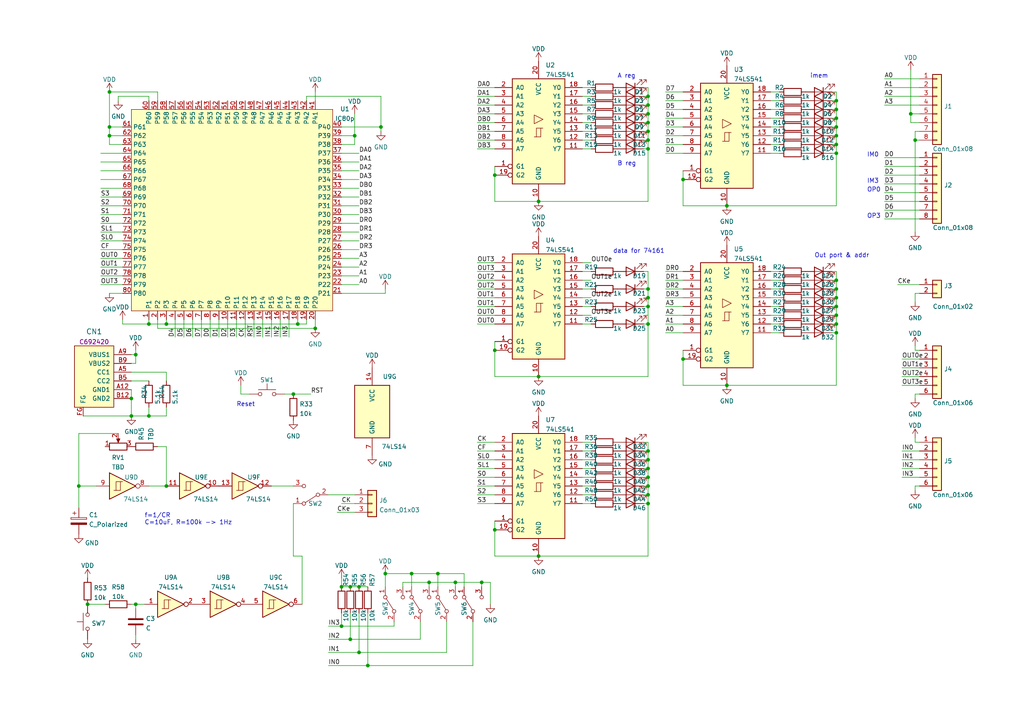
<source format=kicad_sch>
(kicad_sch (version 20211123) (generator eeschema)
  (paper "A4")
  (junction (at 39.37 102.87))
  (junction (at 242.57 36.83))
  (junction (at 264.16 33.02))
  (junction (at 156.21 109.22))
  (junction (at 210.82 111.76))
  (junction (at 156.21 161.29))
  (junction (at 187.96 86.36))
  (junction (at 242.57 81.28))
  (junction (at 187.96 43.18))
  (junction (at 101.6 170.18))
  (junction (at 111.76 166.37))
  (junction (at 187.96 35.56))
  (junction (at 242.57 86.36))
  (junction (at -63.5 71.12))
  (junction (at 48.26 140.97))
  (junction (at 187.96 140.97))
  (junction (at 187.96 33.02))
  (junction (at 39.37 175.26))
  (junction (at 43.18 93.98))
  (junction (at 38.1 120.65))
  (junction (at 139.7 168.91))
  (junction (at 242.57 88.9))
  (junction (at 187.96 133.35))
  (junction (at 242.57 34.29))
  (junction (at 242.57 96.52))
  (junction (at 242.57 41.91))
  (junction (at 187.96 83.82))
  (junction (at 210.82 59.69))
  (junction (at 22.86 140.97))
  (junction (at -59.69 85.09))
  (junction (at 265.43 40.64))
  (junction (at 127 166.37))
  (junction (at 242.57 93.98))
  (junction (at 198.12 104.14))
  (junction (at 104.14 170.18))
  (junction (at 143.51 101.6))
  (junction (at 156.21 58.42))
  (junction (at 104.14 189.23))
  (junction (at 99.06 181.61))
  (junction (at 187.96 38.1))
  (junction (at 31.75 36.83))
  (junction (at 101.6 185.42))
  (junction (at 132.08 168.91))
  (junction (at 31.75 39.37))
  (junction (at 187.96 143.51))
  (junction (at 43.18 120.65))
  (junction (at 91.44 95.25))
  (junction (at 99.06 170.18))
  (junction (at 31.75 26.67))
  (junction (at 187.96 138.43))
  (junction (at 187.96 30.48))
  (junction (at 242.57 29.21))
  (junction (at 187.96 135.89))
  (junction (at 25.4 175.26))
  (junction (at 242.57 39.37))
  (junction (at 242.57 31.75))
  (junction (at 106.68 193.04))
  (junction (at 187.96 27.94))
  (junction (at 187.96 130.81))
  (junction (at 187.96 93.98))
  (junction (at 38.1 115.57))
  (junction (at 110.49 36.83))
  (junction (at 242.57 91.44))
  (junction (at 85.09 114.3))
  (junction (at 198.12 52.07))
  (junction (at 119.38 166.37))
  (junction (at 242.57 44.45))
  (junction (at 143.51 50.8))
  (junction (at 124.46 168.91))
  (junction (at 187.96 40.64))
  (junction (at 242.57 83.82))
  (junction (at 86.36 93.98))
  (junction (at -36.83 43.18))
  (junction (at 187.96 146.05))
  (junction (at 187.96 88.9))
  (junction (at 143.51 153.67))
  (junction (at 48.26 93.98))
  (junction (at 102.87 39.37))
  (wire (pts (xy 168.91 40.64) (xy 171.45 40.64)))
  (wire (pts (xy 95.25 181.61) (xy 99.06 181.61)))
  (wire (pts (xy 116.84 168.91) (xy 124.46 168.91)))
  (wire (pts (xy 99.06 57.15) (xy 104.14 57.15)))
  (wire (pts (xy 114.3 180.34) (xy 114.3 181.61)))
  (wire (pts (xy 29.21 52.07) (xy 35.56 52.07)))
  (wire (pts (xy 29.21 82.55) (xy 35.56 82.55)))
  (wire (pts (xy 58.42 92.71) (xy 58.42 97.79)))
  (wire (pts (xy 99.06 80.01) (xy 104.14 80.01)))
  (wire (pts (xy 38.1 105.41) (xy 39.37 105.41)))
  (wire (pts (xy -82.55 63.5) (xy -77.47 63.5)))
  (wire (pts (xy 168.91 93.98) (xy 171.45 93.98)))
  (wire (pts (xy 66.04 92.71) (xy 66.04 97.79)))
  (wire (pts (xy 127 166.37) (xy 127 170.18)))
  (wire (pts (xy 187.96 135.89) (xy 187.96 138.43)))
  (wire (pts (xy 101.6 170.18) (xy 104.14 170.18)))
  (wire (pts (xy 187.96 130.81) (xy 187.96 133.35)))
  (wire (pts (xy 210.82 59.69) (xy 198.12 59.69)))
  (wire (pts (xy -33.02 62.23) (xy -30.48 62.23)))
  (wire (pts (xy 265.43 101.6) (xy 265.43 100.33)))
  (wire (pts (xy 99.06 146.05) (xy 102.87 146.05)))
  (wire (pts (xy -82.55 53.34) (xy -77.47 53.34)))
  (wire (pts (xy 242.57 41.91) (xy 242.57 44.45)))
  (wire (pts (xy 168.91 88.9) (xy 171.45 88.9)))
  (wire (pts (xy 241.3 78.74) (xy 242.57 78.74)))
  (wire (pts (xy 193.04 34.29) (xy 198.12 34.29)))
  (wire (pts (xy -81.28 45.72) (xy -81.28 43.18)))
  (wire (pts (xy 261.62 138.43) (xy 266.7 138.43)))
  (wire (pts (xy 193.04 88.9) (xy 198.12 88.9)))
  (wire (pts (xy 186.69 40.64) (xy 187.96 40.64)))
  (wire (pts (xy 266.7 101.6) (xy 265.43 101.6)))
  (wire (pts (xy 187.96 133.35) (xy 187.96 135.89)))
  (wire (pts (xy 261.62 106.68) (xy 266.7 106.68)))
  (wire (pts (xy 121.92 180.34) (xy 121.92 185.42)))
  (wire (pts (xy 138.43 138.43) (xy 143.51 138.43)))
  (wire (pts (xy 186.69 93.98) (xy 187.96 93.98)))
  (wire (pts (xy 168.91 25.4) (xy 171.45 25.4)))
  (wire (pts (xy 168.91 33.02) (xy 171.45 33.02)))
  (wire (pts (xy 241.3 81.28) (xy 242.57 81.28)))
  (wire (pts (xy 101.6 185.42) (xy 121.92 185.42)))
  (wire (pts (xy 43.18 140.97) (xy 48.26 140.97)))
  (wire (pts (xy 99.06 72.39) (xy 104.14 72.39)))
  (wire (pts (xy 186.69 133.35) (xy 187.96 133.35)))
  (wire (pts (xy 223.52 31.75) (xy 226.06 31.75)))
  (wire (pts (xy 242.57 93.98) (xy 242.57 96.52)))
  (wire (pts (xy 186.69 128.27) (xy 187.96 128.27)))
  (wire (pts (xy 187.96 25.4) (xy 187.96 27.94)))
  (wire (pts (xy 138.43 86.36) (xy 143.51 86.36)))
  (wire (pts (xy -33.02 54.61) (xy -30.48 54.61)))
  (wire (pts (xy 24.13 120.65) (xy 38.1 120.65)))
  (wire (pts (xy 210.82 59.69) (xy 242.57 59.69)))
  (wire (pts (xy 138.43 78.74) (xy 143.51 78.74)))
  (wire (pts (xy 91.44 26.67) (xy 91.44 29.21)))
  (wire (pts (xy 265.43 40.64) (xy 265.43 67.31)))
  (wire (pts (xy 111.76 85.09) (xy 111.76 83.82)))
  (wire (pts (xy 242.57 44.45) (xy 242.57 59.69)))
  (wire (pts (xy 91.44 95.25) (xy 45.72 95.25)))
  (wire (pts (xy 264.16 33.02) (xy 266.7 33.02)))
  (wire (pts (xy -82.55 58.42) (xy -77.47 58.42)))
  (wire (pts (xy 29.21 72.39) (xy 35.56 72.39)))
  (wire (pts (xy 168.91 78.74) (xy 171.45 78.74)))
  (wire (pts (xy 223.52 44.45) (xy 226.06 44.45)))
  (wire (pts (xy 223.52 81.28) (xy 226.06 81.28)))
  (wire (pts (xy 168.91 81.28) (xy 171.45 81.28)))
  (wire (pts (xy 85.09 146.05) (xy 85.09 161.29)))
  (wire (pts (xy 95.25 143.51) (xy 102.87 143.51)))
  (wire (pts (xy 261.62 130.81) (xy 266.7 130.81)))
  (wire (pts (xy 38.1 107.95) (xy 48.26 107.95)))
  (wire (pts (xy -36.83 86.36) (xy -33.02 86.36)))
  (wire (pts (xy 29.21 46.99) (xy 35.56 46.99)))
  (wire (pts (xy 55.88 92.71) (xy 55.88 97.79)))
  (wire (pts (xy 60.96 92.71) (xy 60.96 97.79)))
  (wire (pts (xy 31.75 36.83) (xy 31.75 26.67)))
  (wire (pts (xy 186.69 138.43) (xy 187.96 138.43)))
  (wire (pts (xy 241.3 29.21) (xy 242.57 29.21)))
  (wire (pts (xy 82.55 114.3) (xy 85.09 114.3)))
  (wire (pts (xy 187.96 86.36) (xy 187.96 88.9)))
  (wire (pts (xy 168.91 140.97) (xy 171.45 140.97)))
  (wire (pts (xy 241.3 26.67) (xy 242.57 26.67)))
  (wire (pts (xy 223.52 96.52) (xy 226.06 96.52)))
  (wire (pts (xy 39.37 175.26) (xy 39.37 176.53)))
  (wire (pts (xy 138.43 135.89) (xy 143.51 135.89)))
  (wire (pts (xy 266.7 114.3) (xy 265.43 114.3)))
  (wire (pts (xy 129.54 180.34) (xy 129.54 189.23)))
  (wire (pts (xy 168.91 43.18) (xy 171.45 43.18)))
  (wire (pts (xy 186.69 35.56) (xy 187.96 35.56)))
  (wire (pts (xy -41.91 83.82) (xy -41.91 86.36)))
  (wire (pts (xy 193.04 91.44) (xy 198.12 91.44)))
  (wire (pts (xy 187.96 83.82) (xy 187.96 86.36)))
  (wire (pts (xy 193.04 44.45) (xy 198.12 44.45)))
  (wire (pts (xy 116.84 170.18) (xy 116.84 168.91)))
  (wire (pts (xy -46.99 83.82) (xy -46.99 86.36)))
  (wire (pts (xy 256.54 55.88) (xy 266.7 55.88)))
  (wire (pts (xy 223.52 93.98) (xy 226.06 93.98)))
  (wire (pts (xy 76.2 92.71) (xy 76.2 97.79)))
  (wire (pts (xy 168.91 35.56) (xy 171.45 35.56)))
  (wire (pts (xy 86.36 93.98) (xy 88.9 93.98)))
  (wire (pts (xy 138.43 81.28) (xy 143.51 81.28)))
  (wire (pts (xy 48.26 120.65) (xy 48.26 118.11)))
  (wire (pts (xy 193.04 39.37) (xy 198.12 39.37)))
  (wire (pts (xy 241.3 86.36) (xy 242.57 86.36)))
  (wire (pts (xy 261.62 133.35) (xy 266.7 133.35)))
  (wire (pts (xy 138.43 133.35) (xy 143.51 133.35)))
  (wire (pts (xy 138.43 146.05) (xy 143.51 146.05)))
  (wire (pts (xy 198.12 52.07) (xy 198.12 49.53)))
  (wire (pts (xy 193.04 31.75) (xy 198.12 31.75)))
  (wire (pts (xy 99.06 46.99) (xy 104.14 46.99)))
  (wire (pts (xy 186.69 91.44) (xy 187.96 91.44)))
  (wire (pts (xy 48.26 93.98) (xy 86.36 93.98)))
  (wire (pts (xy 168.91 135.89) (xy 171.45 135.89)))
  (wire (pts (xy 138.43 143.51) (xy 143.51 143.51)))
  (wire (pts (xy 99.06 77.47) (xy 104.14 77.47)))
  (wire (pts (xy 138.43 88.9) (xy 143.51 88.9)))
  (wire (pts (xy 43.18 92.71) (xy 43.18 93.98)))
  (wire (pts (xy -36.83 43.18) (xy -30.48 43.18)))
  (wire (pts (xy 127 166.37) (xy 134.62 166.37)))
  (wire (pts (xy 193.04 86.36) (xy 198.12 86.36)))
  (wire (pts (xy 241.3 44.45) (xy 242.57 44.45)))
  (wire (pts (xy 242.57 88.9) (xy 242.57 91.44)))
  (wire (pts (xy 186.69 43.18) (xy 187.96 43.18)))
  (wire (pts (xy 242.57 83.82) (xy 242.57 86.36)))
  (wire (pts (xy 138.43 91.44) (xy 143.51 91.44)))
  (wire (pts (xy 45.72 129.54) (xy 48.26 129.54)))
  (wire (pts (xy 35.56 36.83) (xy 31.75 36.83)))
  (wire (pts (xy 256.54 53.34) (xy 266.7 53.34)))
  (wire (pts (xy 223.52 91.44) (xy 226.06 91.44)))
  (wire (pts (xy 138.43 30.48) (xy 143.51 30.48)))
  (wire (pts (xy 99.06 69.85) (xy 104.14 69.85)))
  (wire (pts (xy 256.54 50.8) (xy 266.7 50.8)))
  (wire (pts (xy -17.78 67.31) (xy -12.7 67.31)))
  (wire (pts (xy 138.43 130.81) (xy 143.51 130.81)))
  (wire (pts (xy 143.51 153.67) (xy 143.51 151.13)))
  (wire (pts (xy 119.38 166.37) (xy 119.38 170.18)))
  (wire (pts (xy 99.06 44.45) (xy 104.14 44.45)))
  (wire (pts (xy 265.43 40.64) (xy 266.7 40.64)))
  (wire (pts (xy 186.69 78.74) (xy 187.96 78.74)))
  (wire (pts (xy 38.1 120.65) (xy 43.18 120.65)))
  (wire (pts (xy 186.69 83.82) (xy 187.96 83.82)))
  (wire (pts (xy 168.91 38.1) (xy 171.45 38.1)))
  (wire (pts (xy 193.04 29.21) (xy 198.12 29.21)))
  (wire (pts (xy 22.86 140.97) (xy 22.86 147.32)))
  (wire (pts (xy 186.69 27.94) (xy 187.96 27.94)))
  (wire (pts (xy 187.96 27.94) (xy 187.96 30.48)))
  (wire (pts (xy 95.25 193.04) (xy 106.68 193.04)))
  (wire (pts (xy -77.47 45.72) (xy -81.28 45.72)))
  (wire (pts (xy 110.49 36.83) (xy 110.49 38.1)))
  (wire (pts (xy 99.06 41.91) (xy 102.87 41.91)))
  (wire (pts (xy 193.04 41.91) (xy 198.12 41.91)))
  (wire (pts (xy 106.68 177.8) (xy 106.68 193.04)))
  (wire (pts (xy -52.07 83.82) (xy -52.07 86.36)))
  (wire (pts (xy 187.96 30.48) (xy 187.96 33.02)))
  (wire (pts (xy 256.54 22.86) (xy 266.7 22.86)))
  (wire (pts (xy 186.69 143.51) (xy 187.96 143.51)))
  (wire (pts (xy 63.5 92.71) (xy 63.5 97.79)))
  (wire (pts (xy 168.91 133.35) (xy 171.45 133.35)))
  (wire (pts (xy 256.54 25.4) (xy 266.7 25.4)))
  (wire (pts (xy 261.62 104.14) (xy 266.7 104.14)))
  (wire (pts (xy 31.75 85.09) (xy 35.56 85.09)))
  (wire (pts (xy 256.54 27.94) (xy 266.7 27.94)))
  (wire (pts (xy 29.21 77.47) (xy 35.56 77.47)))
  (wire (pts (xy 143.51 101.6) (xy 143.51 99.06)))
  (wire (pts (xy 38.1 102.87) (xy 39.37 102.87)))
  (wire (pts (xy 35.56 93.98) (xy 35.56 92.71)))
  (wire (pts (xy 223.52 86.36) (xy 226.06 86.36)))
  (wire (pts (xy 99.06 67.31) (xy 104.14 67.31)))
  (wire (pts (xy -62.23 85.09) (xy -59.69 85.09)))
  (wire (pts (xy 168.91 86.36) (xy 171.45 86.36)))
  (wire (pts (xy 187.96 93.98) (xy 187.96 109.22)))
  (wire (pts (xy 31.75 39.37) (xy 31.75 36.83)))
  (wire (pts (xy -33.02 49.53) (xy -30.48 49.53)))
  (wire (pts (xy 223.52 36.83) (xy 226.06 36.83)))
  (wire (pts (xy -82.55 66.04) (xy -77.47 66.04)))
  (wire (pts (xy 91.44 92.71) (xy 91.44 95.25)))
  (wire (pts (xy 242.57 31.75) (xy 242.57 34.29)))
  (wire (pts (xy 132.08 168.91) (xy 132.08 170.18)))
  (wire (pts (xy 186.69 30.48) (xy 187.96 30.48)))
  (wire (pts (xy 265.43 140.97) (xy 265.43 142.24)))
  (wire (pts (xy 138.43 128.27) (xy 143.51 128.27)))
  (wire (pts (xy 72.39 114.3) (xy 69.85 114.3)))
  (wire (pts (xy 198.12 104.14) (xy 198.12 101.6)))
  (wire (pts (xy -33.02 57.15) (xy -30.48 57.15)))
  (wire (pts (xy 187.96 88.9) (xy 187.96 93.98)))
  (wire (pts (xy 138.43 140.97) (xy 143.51 140.97)))
  (wire (pts (xy 260.35 82.55) (xy 266.7 82.55)))
  (wire (pts (xy 38.1 175.26) (xy 39.37 175.26)))
  (wire (pts (xy -82.55 60.96) (xy -77.47 60.96)))
  (wire (pts (xy 241.3 96.52) (xy 242.57 96.52)))
  (wire (pts (xy 99.06 54.61) (xy 104.14 54.61)))
  (wire (pts (xy 265.43 85.09) (xy 265.43 87.63)))
  (wire (pts (xy 242.57 81.28) (xy 242.57 83.82)))
  (wire (pts (xy 187.96 35.56) (xy 187.96 38.1)))
  (wire (pts (xy 95.25 189.23) (xy 104.14 189.23)))
  (wire (pts (xy 156.21 58.42) (xy 143.51 58.42)))
  (wire (pts (xy 187.96 43.18) (xy 187.96 58.42)))
  (wire (pts (xy 187.96 40.64) (xy 187.96 43.18)))
  (wire (pts (xy 187.96 38.1) (xy 187.96 40.64)))
  (wire (pts (xy 99.06 62.23) (xy 104.14 62.23)))
  (wire (pts (xy -36.83 83.82) (xy -36.83 86.36)))
  (wire (pts (xy 48.26 93.98) (xy 43.18 93.98)))
  (wire (pts (xy 43.18 120.65) (xy 48.26 120.65)))
  (wire (pts (xy 138.43 76.2) (xy 143.51 76.2)))
  (wire (pts (xy -82.55 68.58) (xy -77.47 68.58)))
  (wire (pts (xy 256.54 58.42) (xy 266.7 58.42)))
  (wire (pts (xy 186.69 33.02) (xy 187.96 33.02)))
  (wire (pts (xy 265.43 114.3) (xy 265.43 115.57)))
  (wire (pts (xy 85.09 161.29) (xy 87.63 161.29)))
  (wire (pts (xy 242.57 29.21) (xy 242.57 31.75)))
  (wire (pts (xy 241.3 93.98) (xy 242.57 93.98)))
  (wire (pts (xy 143.51 58.42) (xy 143.51 50.8)))
  (wire (pts (xy 139.7 168.91) (xy 142.24 168.91)))
  (wire (pts (xy 156.21 109.22) (xy 143.51 109.22)))
  (wire (pts (xy 104.14 177.8) (xy 104.14 189.23)))
  (wire (pts (xy 78.74 92.71) (xy 78.74 97.79)))
  (wire (pts (xy 256.54 63.5) (xy 266.7 63.5)))
  (wire (pts (xy -36.83 71.12) (xy -33.02 71.12)))
  (wire (pts (xy 137.16 180.34) (xy 137.16 193.04)))
  (wire (pts (xy 241.3 31.75) (xy 242.57 31.75)))
  (wire (pts (xy 241.3 36.83) (xy 242.57 36.83)))
  (wire (pts (xy -59.69 71.12) (xy -63.5 71.12)))
  (wire (pts (xy 22.86 125.73) (xy 22.86 140.97)))
  (wire (pts (xy 99.06 181.61) (xy 114.3 181.61)))
  (wire (pts (xy -57.15 83.82) (xy -57.15 85.09)))
  (wire (pts (xy 156.21 58.42) (xy 187.96 58.42)))
  (wire (pts (xy 223.52 41.91) (xy 226.06 41.91)))
  (wire (pts (xy 223.52 29.21) (xy 226.06 29.21)))
  (wire (pts (xy -82.55 55.88) (xy -77.47 55.88)))
  (wire (pts (xy 29.21 57.15) (xy 35.56 57.15)))
  (wire (pts (xy 99.06 170.18) (xy 101.6 170.18)))
  (wire (pts (xy 97.79 148.59) (xy 102.87 148.59)))
  (wire (pts (xy 187.96 146.05) (xy 187.96 161.29)))
  (wire (pts (xy 193.04 78.74) (xy 198.12 78.74)))
  (wire (pts (xy 124.46 168.91) (xy 132.08 168.91)))
  (wire (pts (xy 241.3 83.82) (xy 242.57 83.82)))
  (wire (pts (xy 48.26 92.71) (xy 48.26 93.98)))
  (wire (pts (xy 119.38 166.37) (xy 127 166.37)))
  (wire (pts (xy -49.53 83.82) (xy -49.53 86.36)))
  (wire (pts (xy 101.6 177.8) (xy 101.6 185.42)))
  (wire (pts (xy 88.9 29.21) (xy 88.9 27.94)))
  (wire (pts (xy 261.62 111.76) (xy 266.7 111.76)))
  (wire (pts (xy 256.54 60.96) (xy 266.7 60.96)))
  (wire (pts (xy 168.91 30.48) (xy 171.45 30.48)))
  (wire (pts (xy -59.69 83.82) (xy -59.69 85.09)))
  (wire (pts (xy 256.54 48.26) (xy 266.7 48.26)))
  (wire (pts (xy 99.06 49.53) (xy 104.14 49.53)))
  (wire (pts (xy 39.37 184.15) (xy 39.37 185.42)))
  (wire (pts (xy -82.55 50.8) (xy -77.47 50.8)))
  (wire (pts (xy 29.21 74.93) (xy 35.56 74.93)))
  (wire (pts (xy -33.02 67.31) (xy -30.48 67.31)))
  (wire (pts (xy 43.18 29.21) (xy 43.18 27.94)))
  (wire (pts (xy 168.91 76.2) (xy 171.45 76.2)))
  (wire (pts (xy -33.02 59.69) (xy -30.48 59.69)))
  (wire (pts (xy 168.91 138.43) (xy 171.45 138.43)))
  (wire (pts (xy 106.68 193.04) (xy 137.16 193.04)))
  (wire (pts (xy 143.51 161.29) (xy 143.51 153.67)))
  (wire (pts (xy 223.52 34.29) (xy 226.06 34.29)))
  (wire (pts (xy 193.04 36.83) (xy 198.12 36.83)))
  (wire (pts (xy 210.82 111.76) (xy 198.12 111.76)))
  (wire (pts (xy 25.4 175.26) (xy 30.48 175.26)))
  (wire (pts (xy 265.43 128.27) (xy 265.43 127)))
  (wire (pts (xy 124.46 168.91) (xy 124.46 170.18)))
  (wire (pts (xy 198.12 111.76) (xy 198.12 104.14)))
  (wire (pts (xy 168.91 83.82) (xy 171.45 83.82)))
  (wire (pts (xy 38.1 115.57) (xy 38.1 120.65)))
  (wire (pts (xy 223.52 78.74) (xy 226.06 78.74)))
  (wire (pts (xy 35.56 41.91) (xy 31.75 41.91)))
  (wire (pts (xy 223.52 88.9) (xy 226.06 88.9)))
  (wire (pts (xy 99.06 167.64) (xy 99.06 170.18)))
  (wire (pts (xy 261.62 109.22) (xy 266.7 109.22)))
  (wire (pts (xy 38.1 113.03) (xy 38.1 115.57)))
  (wire (pts (xy 99.06 59.69) (xy 104.14 59.69)))
  (wire (pts (xy 69.85 114.3) (xy 69.85 111.76)))
  (wire (pts (xy 34.29 27.94) (xy 34.29 29.21)))
  (wire (pts (xy 138.43 35.56) (xy 143.51 35.56)))
  (wire (pts (xy 241.3 88.9) (xy 242.57 88.9)))
  (wire (pts (xy 99.06 85.09) (xy 111.76 85.09)))
  (wire (pts (xy 242.57 78.74) (xy 242.57 81.28)))
  (wire (pts (xy 242.57 26.67) (xy 242.57 29.21)))
  (wire (pts (xy 186.69 38.1) (xy 187.96 38.1)))
  (wire (pts (xy 242.57 91.44) (xy 242.57 93.98)))
  (wire (pts (xy 186.69 146.05) (xy 187.96 146.05)))
  (wire (pts (xy -59.69 85.09) (xy -57.15 85.09)))
  (wire (pts (xy 186.69 88.9) (xy 187.96 88.9)))
  (wire (pts (xy 39.37 175.26) (xy 41.91 175.26)))
  (wire (pts (xy 266.7 140.97) (xy 265.43 140.97)))
  (wire (pts (xy 99.06 177.8) (xy 99.06 181.61)))
  (wire (pts (xy 186.69 86.36) (xy 187.96 86.36)))
  (wire (pts (xy 31.75 39.37) (xy 35.56 39.37)))
  (wire (pts (xy 31.75 26.67) (xy 45.72 26.67)))
  (wire (pts (xy 223.52 39.37) (xy 226.06 39.37)))
  (wire (pts (xy 187.96 33.02) (xy 187.96 35.56)))
  (wire (pts (xy 86.36 92.71) (xy 86.36 93.98)))
  (wire (pts (xy 45.72 26.67) (xy 45.72 29.21)))
  (wire (pts (xy 43.18 27.94) (xy 34.29 27.94)))
  (wire (pts (xy 99.06 74.93) (xy 104.14 74.93)))
  (wire (pts (xy -33.02 52.07) (xy -30.48 52.07)))
  (wire (pts (xy 29.21 44.45) (xy 35.56 44.45)))
  (wire (pts (xy 134.62 166.37) (xy 134.62 170.18)))
  (wire (pts (xy 264.16 33.02) (xy 264.16 20.32)))
  (wire (pts (xy 242.57 34.29) (xy 242.57 36.83)))
  (wire (pts (xy 261.62 135.89) (xy 266.7 135.89)))
  (wire (pts (xy 88.9 27.94) (xy 110.49 27.94)))
  (wire (pts (xy 81.28 92.71) (xy 81.28 97.79)))
  (wire (pts (xy 198.12 59.69) (xy 198.12 52.07)))
  (wire (pts (xy 83.82 92.71) (xy 83.82 97.79)))
  (wire (pts (xy 168.91 143.51) (xy 171.45 143.51)))
  (wire (pts (xy 29.21 67.31) (xy 35.56 67.31)))
  (wire (pts (xy 265.43 38.1) (xy 265.43 40.64)))
  (wire (pts (xy 143.51 50.8) (xy 143.51 48.26)))
  (wire (pts (xy 241.3 34.29) (xy 242.57 34.29)))
  (wire (pts (xy 156.21 161.29) (xy 187.96 161.29)))
  (wire (pts (xy 186.69 25.4) (xy 187.96 25.4)))
  (wire (pts (xy 193.04 93.98) (xy 198.12 93.98)))
  (wire (pts (xy 99.06 36.83) (xy 110.49 36.83)))
  (wire (pts (xy 50.8 92.71) (xy 50.8 97.79)))
  (wire (pts (xy 256.54 30.48) (xy 266.7 30.48)))
  (wire (pts (xy -30.48 43.18) (xy -30.48 44.45)))
  (wire (pts (xy 29.21 64.77) (xy 35.56 64.77)))
  (wire (pts (xy 48.26 107.95) (xy 48.26 110.49)))
  (wire (pts (xy 242.57 39.37) (xy 242.57 41.91)))
  (wire (pts (xy 168.91 27.94) (xy 171.45 27.94)))
  (wire (pts (xy 266.7 38.1) (xy 265.43 38.1)))
  (wire (pts (xy 242.57 36.83) (xy 242.57 39.37)))
  (wire (pts (xy 266.7 128.27) (xy 265.43 128.27)))
  (wire (pts (xy 138.43 27.94) (xy 143.51 27.94)))
  (wire (pts (xy 78.74 140.97) (xy 85.09 140.97)))
  (wire (pts (xy 266.7 85.09) (xy 265.43 85.09)))
  (wire (pts (xy 88.9 92.71) (xy 88.9 93.98)))
  (wire (pts (xy -44.45 83.82) (xy -44.45 86.36)))
  (wire (pts (xy 210.82 111.76) (xy 242.57 111.76)))
  (wire (pts (xy -54.61 83.82) (xy -54.61 86.36)))
  (wire (pts (xy 264.16 35.56) (xy 264.16 33.02)))
  (wire (pts (xy 139.7 168.91) (xy 139.7 170.18)))
  (wire (pts (xy 43.18 120.65) (xy 43.18 118.11)))
  (wire (pts (xy 99.06 64.77) (xy 104.14 64.77)))
  (wire (pts (xy 111.76 166.37) (xy 111.76 170.18)))
  (wire (pts (xy 241.3 91.44) (xy 242.57 91.44)))
  (wire (pts (xy 99.06 39.37) (xy 102.87 39.37)))
  (wire (pts (xy 102.87 39.37) (xy 102.87 33.02)))
  (wire (pts (xy 104.14 189.23) (xy 129.54 189.23)))
  (wire (pts (xy 87.63 161.29) (xy 87.63 175.26)))
  (wire (pts (xy 102.87 41.91) (xy 102.87 39.37)))
  (wire (pts (xy 241.3 39.37) (xy 242.57 39.37)))
  (wire (pts (xy 223.52 83.82) (xy 226.06 83.82)))
  (wire (pts (xy 138.43 38.1) (xy 143.51 38.1)))
  (wire (pts (xy 95.25 185.42) (xy 101.6 185.42)))
  (wire (pts (xy 193.04 96.52) (xy 198.12 96.52)))
  (wire (pts (xy -39.37 83.82) (xy -39.37 86.36)))
  (wire (pts (xy 193.04 81.28) (xy 198.12 81.28)))
  (wire (pts (xy 99.06 52.07) (xy 104.14 52.07)))
  (wire (pts (xy 73.66 92.71) (xy 73.66 97.79)))
  (wire (pts (xy 48.26 129.54) (xy 48.26 140.97)))
  (wire (pts (xy 138.43 33.02) (xy 143.51 33.02)))
  (wire (pts (xy 142.24 168.91) (xy 142.24 175.26)))
  (wire (pts (xy -63.5 68.58) (xy -63.5 71.12)))
  (wire (pts (xy -33.02 64.77) (xy -30.48 64.77)))
  (wire (pts (xy 34.29 125.73) (xy 22.86 125.73)))
  (wire (pts (xy 110.49 27.94) (xy 110.49 36.83)))
  (wire (pts (xy 168.91 146.05) (xy 171.45 146.05)))
  (wire (pts (xy 256.54 45.72) (xy 266.7 45.72)))
  (wire (pts (xy 85.09 114.3) (xy 90.17 114.3)))
  (wire (pts (xy 39.37 102.87) (xy 39.37 105.41)))
  (wire (pts (xy 53.34 92.71) (xy 53.34 97.79)))
  (wire (pts (xy -63.5 71.12) (xy -63.5 72.39)))
  (wire (pts (xy 104.14 170.18) (xy 106.68 170.18)))
  (wire (pts (xy 111.76 166.37) (xy 119.38 166.37)))
  (wire (pts (xy 241.3 41.91) (xy 242.57 41.91)))
  (wire (pts (xy 29.21 49.53) (xy 35.56 49.53)))
  (wire (pts (xy 187.96 128.27) (xy 187.96 130.81)))
  (wire (pts (xy 168.91 130.81) (xy 171.45 130.81)))
  (wire (pts (xy 43.18 93.98) (xy 35.56 93.98)))
  (wire (pts (xy 193.04 26.67) (xy 198.12 26.67)))
  (wire (pts (xy 187.96 143.51) (xy 187.96 146.05)))
  (wire (pts (xy 138.43 40.64) (xy 143.51 40.64)))
  (wire (pts (xy 187.96 140.97) (xy 187.96 143.51)))
  (wire (pts (xy 242.57 96.52) (xy 242.57 111.76)))
  (wire (pts (xy 22.86 140.97) (xy 27.94 140.97)))
  (wire (pts (xy 138.43 83.82) (xy 143.51 83.82)))
  (wire (pts (xy 156.21 109.22) (xy 187.96 109.22)))
  (wire (pts (xy 132.08 168.91) (xy 139.7 168.91)))
  (wire (pts (xy 99.06 82.55) (xy 104.14 82.55)))
  (wire (pts (xy 168.91 91.44) (xy 171.45 91.44)))
  (wire (pts (xy 29.21 59.69) (xy 35.56 59.69)))
  (wire (pts (xy 29.21 62.23) (xy 35.56 62.23)))
  (wire (pts (xy 187.96 78.74) (xy 187.96 83.82)))
  (wire (pts (xy 143.51 109.22) (xy 143.51 101.6)))
  (wire (pts (xy 168.91 128.27) (xy 171.45 128.27)))
  (wire (pts (xy 29.21 54.61) (xy 35.56 54.61)))
  (wire (pts (xy 156.21 161.29) (xy 143.51 161.29)))
  (wire (pts (xy 186.69 130.81) (xy 187.96 130.81)))
  (wire (pts (xy 186.69 140.97) (xy 187.96 140.97)))
  (wire (pts (xy 193.04 83.82) (xy 198.12 83.82)))
  (wire (pts (xy 39.37 101.6) (xy 39.37 102.87)))
  (wire (pts (xy 45.72 95.25) (xy 45.72 92.71)))
  (wire (pts (xy 187.96 138.43) (xy 187.96 140.97)))
  (wire (pts (xy 68.58 92.71) (xy 68.58 97.79)))
  (wire (pts (xy 31.75 41.91) (xy 31.75 39.37)))
  (wire (pts (xy 266.7 35.56) (xy 264.16 35.56)))
  (wire (pts (xy 138.43 43.18) (xy 143.51 43.18)))
  (wire (pts (xy 223.52 26.67) (xy 226.06 26.67)))
  (wire (pts (xy 71.12 92.71) (xy 71.12 97.79)))
  (wire (pts (xy 38.1 110.49) (xy 43.18 110.49)))
  (wire (pts (xy 29.21 80.01) (xy 35.56 80.01)))
  (wire (pts (xy 138.43 25.4) (xy 143.51 25.4)))
  (wire (pts (xy 29.21 69.85) (xy 35.56 69.85)))
  (wire (pts (xy -64.77 68.58) (xy -63.5 68.58)))
  (wire (pts (xy 186.69 135.89) (xy 187.96 135.89)))
  (wire (pts (xy 138.43 93.98) (xy 143.51 93.98)))
  (wire (pts (xy 242.57 86.36) (xy 242.57 88.9)))
  (text "Reset" (at 68.58 118.11 0) (effects (font (size 1.27 1.27)) (justify left bottom)))
  (text "data for 74161" (at 177.8 73.66 0) (effects (font (size 1.27 1.27)) (justify left bottom)))
  (text "Out port & addr" (at 236.22 74.93 0) (effects (font (size 1.27 1.27)) (justify left bottom)))
  (text "61" (at -80.01 45.72 0) (effects (font (size 1.27 1.27)) (justify left bottom)))
  (text "1" (at -60.96 85.09 0) (effects (font (size 1.27 1.27)) (justify left bottom)))
  (text "B reg" (at 179.07 48.26 0) (effects (font (size 1.27 1.27)) (justify left bottom)))
  (text "41" (at -35.56 33.02 0) (effects (font (size 1.27 1.27)) (justify left bottom)))
  (text "OP3" (at 251.46 63.5 0) (effects (font (size 1.27 1.27)) (justify left bottom)))
  (text "IM3" (at 251.46 53.34 0) (effects (font (size 1.27 1.27)) (justify left bottom)))
  (text "A reg" (at 179.07 22.86 0) (effects (font (size 1.27 1.27)) (justify left bottom)))
  (text "21\n" (at -19.05 69.85 0) (effects (font (size 1.27 1.27)) (justify left bottom)))
  (text "IM0" (at 251.46 45.72 0) (effects (font (size 1.27 1.27)) (justify left bottom)))
  (text "OP0\n" (at 251.46 55.88 0) (effects (font (size 1.27 1.27)) (justify left bottom)))
  (text "imem" (at 234.95 22.86 0) (effects (font (size 1.27 1.27)) (justify left bottom)))
  (text "f=1/CR\nC=10uF, R=100k -> 1Hz" (at 41.91 152.4 0) (effects (font (size 1.27 1.27)) (justify left bottom)))
  (label "A2" (at 193.04 91.44 0))
  (label "D0" (at -52.07 71.12 90))
  (label "D4" (at -57.15 71.12 90))
  (label "D1" (at -49.53 86.36 90))
  (label "IN2" (at -41.91 71.12 90))
  (label "A1" (at -17.78 64.77 0))
  (label "SL1" (at -82.55 60.96 0))
  (label "OUT1e" (at 261.62 106.68 0))
  (label "DB2" (at 138.43 40.64 0))
  (label "DB1" (at -33.02 54.61 0))
  (label "OUT2" (at 138.43 81.28 0))
  (label "DR0" (at 193.04 78.74 0))
  (label "OUT3e" (at 261.62 111.76 0))
  (label "D2" (at 193.04 39.37 0))
  (label "OUT1" (at -82.55 66.04 0))
  (label "DB0" (at 138.43 35.56 0))
  (label "S2" (at -64.77 55.88 0))
  (label "S2" (at 29.21 59.69 0))
  (label "DR2" (at -17.78 59.69 0))
  (label "CF" (at -82.55 63.5 0))
  (label "D5" (at 256.54 58.42 0))
  (label "IN0" (at 261.62 130.81 0))
  (label "D5" (at 193.04 31.75 0))
  (label "DR1" (at 104.14 67.31 0))
  (label "S1" (at -82.55 58.42 0))
  (label "D7" (at 58.42 97.79 90))
  (label "D2" (at 66.04 97.79 90))
  (label "OUT1" (at 29.21 77.47 0))
  (label "S0" (at 138.43 138.43 0))
  (label "A2" (at 104.14 77.47 0))
  (label "A0" (at 104.14 82.55 0))
  (label "A0" (at 256.54 22.86 0))
  (label "D3" (at 256.54 53.34 0))
  (label "DA0" (at -17.78 46.99 0))
  (label "IN3" (at 83.82 97.79 90))
  (label "DR2" (at 104.14 69.85 0))
  (label "DB0" (at -17.78 52.07 0))
  (label "DR2" (at 193.04 83.82 0))
  (label "OUT2" (at 138.43 83.82 0))
  (label "SL1" (at 29.21 67.31 0))
  (label "D3" (at -46.99 86.36 90))
  (label "OUT3" (at -82.55 68.58 0))
  (label "A3" (at 256.54 30.48 0))
  (label "D2" (at -49.53 71.12 90))
  (label "D0" (at 256.54 45.72 0))
  (label "DR3" (at -33.02 62.23 0))
  (label "DA1" (at -33.02 49.53 0))
  (label "A3" (at 104.14 74.93 0))
  (label "D3" (at 68.58 97.79 90))
  (label "DR3" (at 193.04 86.36 0))
  (label "DB2" (at 104.14 59.69 0))
  (label "SL0" (at -64.77 60.96 0))
  (label "OUT3" (at 29.21 82.55 0))
  (label "A0" (at 193.04 96.52 0))
  (label "D4" (at 50.8 97.79 90))
  (label "DR3" (at 104.14 72.39 0))
  (label "CK" (at -46.99 71.12 90))
  (label "OUT0" (at 29.21 74.93 0))
  (label "D7" (at 256.54 63.5 0))
  (label "OUT0" (at 138.43 93.98 0))
  (label "S0" (at 29.21 64.77 0))
  (label "IN3" (at -39.37 86.36 90))
  (label "IN3" (at 95.25 181.61 0))
  (label "SL1" (at 138.43 135.89 0))
  (label "OUT0" (at 138.43 91.44 0))
  (label "OUT0" (at -64.77 63.5 0))
  (label "OUT2" (at -64.77 66.04 0))
  (label "DB1" (at 138.43 38.1 0))
  (label "DA3" (at -33.02 52.07 0))
  (label "DB3" (at 104.14 62.23 0))
  (label "IN0" (at 95.25 193.04 0))
  (label "D0" (at 60.96 97.79 90))
  (label "S3" (at -82.55 55.88 0))
  (label "OUT2e" (at 261.62 109.22 0))
  (label "RST" (at 73.66 97.79 90))
  (label "DB0" (at 104.14 54.61 0))
  (label "CK" (at 138.43 128.27 0))
  (label "IN0" (at 76.2 97.79 90))
  (label "IN2" (at 81.28 97.79 90))
  (label "SL0" (at 138.43 133.35 0))
  (label "SL0" (at 29.21 69.85 0))
  (label "D6" (at 55.88 97.79 90))
  (label "A1" (at 104.14 80.01 0))
  (label "A0" (at -33.02 67.31 0))
  (label "D4" (at 256.54 55.88 0))
  (label "S3" (at 138.43 146.05 0))
  (label "S3" (at 29.21 57.15 0))
  (label "OUT0e" (at 261.62 104.14 0))
  (label "DR0" (at 104.14 64.77 0))
  (label "S2" (at 138.43 143.51 0))
  (label "S0" (at -64.77 58.42 0))
  (label "DA3" (at 104.14 52.07 0))
  (label "A2" (at -33.02 64.77 0))
  (label "DA2" (at 104.14 49.53 0))
  (label "CKe" (at 260.35 82.55 0))
  (label "OUT1" (at 138.43 86.36 0))
  (label "DA2" (at -17.78 49.53 0))
  (label "A2" (at 256.54 27.94 0))
  (label "DA2" (at 138.43 30.48 0))
  (label "A3" (at 193.04 88.9 0))
  (label "A1" (at 256.54 25.4 0))
  (label "D0" (at 193.04 44.45 0))
  (label "RST" (at 90.17 114.3 0))
  (label "OUT2e" (at 171.45 86.36 0))
  (label "A1" (at 193.04 93.98 0))
  (label "DB1" (at 104.14 57.15 0))
  (label "CF" (at 29.21 72.39 0))
  (label "S1" (at 29.21 62.23 0))
  (label "D5" (at 53.34 97.79 90))
  (label "OUT3" (at 138.43 76.2 0))
  (label "D4" (at 193.04 34.29 0))
  (label "CF" (at 138.43 130.81 0))
  (label "D6" (at -54.61 71.12 90))
  (label "DA0" (at 104.14 44.45 0))
  (label "DR1" (at 193.04 81.28 0))
  (label "D1" (at 63.5 97.79 90))
  (label "D3" (at 193.04 36.83 0))
  (label "CK" (at 71.12 97.79 90))
  (label "A3" (at -17.78 62.23 0))
  (label "S1" (at 138.43 140.97 0))
  (label "IN3" (at 261.62 138.43 0))
  (label "IN1" (at 95.25 189.23 0))
  (label "OUT3" (at 138.43 78.74 0))
  (label "CKe" (at 97.79 148.59 0))
  (label "OUT3e" (at 171.45 91.44 0))
  (label "OUT0e" (at 171.45 76.2 0))
  (label "D7" (at -52.07 86.36 90))
  (label "D1" (at 193.04 41.91 0))
  (label "D2" (at 256.54 50.8 0))
  (label "DA3" (at 138.43 33.02 0))
  (label "DA1" (at 104.14 46.99 0))
  (label "DR1" (at -33.02 59.69 0))
  (label "OUT2" (at 29.21 80.01 0))
  (label "DR0" (at -17.78 57.15 0))
  (label "IN1" (at -41.91 86.36 90))
  (label "D6" (at 256.54 60.96 0))
  (label "IN2" (at 95.25 185.42 0))
  (label "DA1" (at 138.43 27.94 0))
  (label "DB3" (at 138.43 43.18 0))
  (label "D7" (at 193.04 26.67 0))
  (label "D5" (at -54.61 86.36 90))
  (label "RST" (at -44.45 86.36 90))
  (label "IN1" (at 261.62 133.35 0))
  (label "IN1" (at 78.74 97.79 90))
  (label "D1" (at 256.54 48.26 0))
  (label "D6" (at 193.04 29.21 0))
  (label "OUT1" (at 138.43 88.9 0))
  (label "DB2" (at -17.78 54.61 0))
  (label "CK" (at 99.06 146.05 0))
  (label "OUT1e" (at 171.45 81.28 0))
  (label "DA0" (at 138.43 25.4 0))
  (label "IN2" (at 261.62 135.89 0))
  (label "IN0" (at -44.45 71.12 90))
  (label "DB3" (at -33.02 57.15 0))
  (symbol (lib_id "power:VDD") (at -81.28 43.18 0) (unit 1)
    (property "Reference" "#PWR045" (effects hide))
    (property "Value" "VDD" (at -81.28 39.5755 0))
  )
  (symbol (lib_id "Connector_Generic:Conn_01x02") (at 271.78 82.55 0) (unit 1)
    (property "Reference" "J3" (at 273.812 82.9115 0) (effects (justify left)))
    (property "Value" "Conn_01x02" (at 270.51 88.9 0) (effects (justify left)))
    (property "Footprint" "Connector_PinSocket_2.54mm:PinSocket_1x02_P2.54mm_Vertical" (effects hide))
  )
  (symbol (lib_id "power:VDD") (at 265.43 100.33 0) (unit 1)
    (property "Reference" "#PWR018" (effects hide))
    (property "Value" "VDD" (at 265.43 96.7255 0))
  )
  (symbol (lib_id "power:GND") (at 210.82 111.76 0) (unit 1)
    (property "Reference" "#PWR021" (effects hide))
    (property "Value" "GND" (at 210.82 116.3225 0))
  )
  (symbol (lib_id "Device:R") (at 106.68 173.99 0) (unit 1)
    (property "Reference" "R57" (at 107.95 170.18 90) (effects (justify left)))
    (property "Value" "10k" (at 107.95 180.34 90) (effects (justify left)))
    (property "Footprint" "Resistor_SMD:R_0603_1608Metric" (effects hide))
  )
  (symbol (lib_id "Device:R") (at 229.87 36.83 90) (unit 1)
    (property "Reference" "R10" (at 226.06 35.56 90))
    (property "Value" "1k" (at 233.68 38.1 90))
    (property "Footprint" "Resistor_SMD:R_0603_1608Metric" (effects hide))
  )
  (symbol (lib_id "Device:R") (at 175.26 25.4 90) (unit 1)
    (property "Reference" "R1" (at 171.45 24.13 90))
    (property "Value" "1k" (at 179.07 26.67 90))
    (property "Footprint" "Resistor_SMD:R_0603_1608Metric" (effects hide))
  )
  (symbol (lib_id "Device:LED") (at 237.49 86.36 180) (unit 1)
    (property "Reference" "D30" (at 240.03 87.63 0))
    (property "Value" "LED" (effects hide))
    (property "Footprint" "LED_SMD:LED_0603_1608Metric" (effects hide))
  )
  (symbol (lib_id "power:VDD") (at 69.85 111.76 0) (unit 1)
    (property "Reference" "#PWR019" (effects hide))
    (property "Value" "VDD" (at 69.85 108.1555 0))
  )
  (symbol (lib_id "Switch:SW_SPDT") (at 114.3 175.26 90) (unit 1)
    (property "Reference" "SW3" (at 111.76 176.53 0))
    (property "Value" "SW_SPDT" (effects hide))
    (property "Footprint" "akita:SW_SPDT_Frame" (effects hide))
  )
  (symbol (lib_id "power:VDD") (at 111.76 166.37 0) (unit 1)
    (property "Reference" "#PWR035" (effects hide))
    (property "Value" "VDD" (at 111.76 162.7655 0))
  )
  (symbol (lib_id "power:GND") (at 265.43 67.31 0) (unit 1)
    (property "Reference" "#PWR010" (effects hide))
    (property "Value" "GND" (at 265.43 71.8725 0))
  )
  (symbol (lib_id "Device:LED") (at 182.88 38.1 180) (unit 1)
    (property "Reference" "D11" (at 185.42 39.37 0))
    (property "Value" "LED" (effects hide))
    (property "Footprint" "LED_THT:LED_D5.0mm" (effects hide))
  )
  (symbol (lib_id "Device:LED") (at 182.88 30.48 180) (unit 1)
    (property "Reference" "D5" (at 185.42 31.75 0))
    (property "Value" "LED" (effects hide))
    (property "Footprint" "LED_THT:LED_D5.0mm" (effects hide))
  )
  (symbol (lib_id "power:VDD") (at -59.69 30.48 0) (unit 1)
    (property "Reference" "#PWR048" (effects hide))
    (property "Value" "VDD" (at -59.69 26.8755 0))
  )
  (symbol (lib_id "Connector_Generic:Conn_02x10_Odd_Even") (at -22.86 57.15 180) (unit 1)
    (property "Reference" "J8" (at -24.13 41.9885 0))
    (property "Value" "Conn_02x10_Odd_Even" (effects hide))
    (property "Footprint" "Connector_PinSocket_2.54mm:PinSocket_2x10_P2.54mm_Vertical" (effects hide))
  )
  (symbol (lib_id "Device:R") (at 175.26 138.43 90) (unit 1)
    (property "Reference" "R42" (at 171.45 137.16 90))
    (property "Value" "1k" (at 179.07 139.7 90))
    (property "Footprint" "Resistor_SMD:R_0603_1608Metric" (effects hide))
  )
  (symbol (lib_id "74xx:74LS14") (at 80.01 175.26 0) (unit 3)
    (property "Reference" "U9" (at 80.01 167.4835 0))
    (property "Value" "74LS14" (at 80.01 170.2586 0))
    (property "Footprint" "Package_SO:SO-14_3.9x8.65mm_P1.27mm" (effects hide))
    (property "Datasheet" "http://www.ti.com/lit/gpn/sn74LS14" (effects hide))
  )
  (symbol (lib_id "Device:LED") (at 182.88 43.18 180) (unit 1)
    (property "Reference" "D15" (at 185.42 44.45 0))
    (property "Value" "LED" (effects hide))
    (property "Footprint" "LED_THT:LED_D5.0mm" (effects hide))
  )
  (symbol (lib_id "Device:R") (at 175.26 30.48 90) (unit 1)
    (property "Reference" "R5" (at 171.45 29.21 90))
    (property "Value" "1k" (at 179.07 31.75 90))
    (property "Footprint" "Resistor_SMD:R_0603_1608Metric" (effects hide))
  )
  (symbol (lib_id "Device:LED") (at 182.88 33.02 180) (unit 1)
    (property "Reference" "D7" (at 185.42 34.29 0))
    (property "Value" "LED" (effects hide))
    (property "Footprint" "LED_THT:LED_D5.0mm" (effects hide))
  )
  (symbol (lib_id "Switch:SW_Push") (at 77.47 114.3 0) (unit 1)
    (property "Reference" "SW1" (at 77.47 110.1875 0))
    (property "Value" "SW_Push" (effects hide))
    (property "Footprint" "Button_Switch_Keyboard:SW_Cherry_MX_1.00u_PCB" (effects hide))
  )
  (symbol (lib_id "Device:LED") (at 182.88 128.27 180) (unit 1)
    (property "Reference" "D33" (at 185.42 129.54 0))
    (property "Value" "LED" (effects hide))
    (property "Footprint" "LED_THT:LED_D5.0mm" (effects hide))
  )
  (symbol (lib_id "power:GND") (at 210.82 59.69 0) (unit 1)
    (property "Reference" "#PWR09" (effects hide))
    (property "Value" "GND" (at 210.82 64.2525 0))
  )
  (symbol (lib_id "Device:R") (at 229.87 88.9 90) (unit 1)
    (property "Reference" "R27" (at 226.06 87.63 90))
    (property "Value" "1k" (at 233.68 90.17 90))
    (property "Footprint" "Resistor_SMD:R_0603_1608Metric" (effects hide))
  )
  (symbol (lib_id "Device:R") (at 101.6 173.99 0) (unit 1)
    (property "Reference" "R55" (at 102.87 170.18 90) (effects (justify left)))
    (property "Value" "10k" (at 102.87 180.34 90) (effects (justify left)))
    (property "Footprint" "Resistor_SMD:R_0603_1608Metric" (effects hide))
  )
  (symbol (lib_id "Switch:SW_SPDT") (at 137.16 175.26 90) (unit 1)
    (property "Reference" "SW6" (at 134.62 176.53 0))
    (property "Value" "SW_SPDT" (effects hide))
    (property "Footprint" "akita:SW_SPDT_Frame" (effects hide))
  )
  (symbol (lib_id "power:GND") (at 25.4 185.42 0) (unit 1)
    (property "Reference" "#PWR039" (effects hide))
    (property "Value" "GND" (at 25.4 189.9825 0))
  )
  (symbol (lib_id "Device:R") (at 175.26 27.94 90) (unit 1)
    (property "Reference" "R3" (at 171.45 26.67 90))
    (property "Value" "1k" (at 179.07 29.21 90))
    (property "Footprint" "Resistor_SMD:R_0603_1608Metric" (effects hide))
  )
  (symbol (lib_id "Device:R") (at 48.26 114.3 180) (unit 1)
    (property "Reference" "R44" (at 46.99 111.76 90) (effects (justify left)))
    (property "Value" "5.1k" (at 50.8 113.03 90) (effects (justify left)))
    (property "Footprint" "Resistor_SMD:R_0603_1608Metric" (effects hide))
  )
  (symbol (lib_id "74xx:74LS541") (at 156.21 38.1 0) (unit 1)
    (property "Reference" "U2" (at 158.2294 18.8935 0) (effects (justify left)))
    (property "Value" "74LS541" (at 158.2294 21.6686 0) (effects (justify left)))
    (property "Footprint" "Package_SO:SO-20_5.3x12.6mm_P1.27mm" (effects hide))
    (property "Datasheet" "http://www.ti.com/lit/gpn/sn74LS541" (effects hide))
  )
  (symbol (lib_id "Device:LED") (at 182.88 40.64 180) (unit 1)
    (property "Reference" "D13" (at 185.42 41.91 0))
    (property "Value" "LED" (effects hide))
    (property "Footprint" "LED_THT:LED_D5.0mm" (effects hide))
  )
  (symbol (lib_id "power:GND") (at 39.37 185.42 0) (unit 1)
    (property "Reference" "#PWR040" (effects hide))
    (property "Value" "GND" (at 39.37 189.9825 0))
  )
  (symbol (lib_id "Device:LED") (at 237.49 36.83 180) (unit 1)
    (property "Reference" "D10" (at 240.03 38.1 0))
    (property "Value" "LED" (effects hide))
    (property "Footprint" "LED_THT:LED_D5.0mm" (effects hide))
  )
  (symbol (lib_id "Device:R") (at 229.87 41.91 90) (unit 1)
    (property "Reference" "R14" (at 226.06 40.64 90))
    (property "Value" "1k" (at 233.68 43.18 90))
    (property "Footprint" "Resistor_SMD:R_0603_1608Metric" (effects hide))
  )
  (symbol (lib_id "power:VDD") (at -39.37 71.12 0) (unit 1)
    (property "Reference" "#PWR050" (effects hide))
    (property "Value" "VDD" (at -39.37 67.5155 0))
  )
  (symbol (lib_id "Device:LED") (at 237.49 81.28 180) (unit 1)
    (property "Reference" "D26" (at 240.03 82.55 0))
    (property "Value" "LED" (effects hide))
    (property "Footprint" "LED_SMD:LED_0603_1608Metric" (effects hide))
  )
  (symbol (lib_id "Device:R") (at 175.26 130.81 90) (unit 1)
    (property "Reference" "R36" (at 171.45 129.54 90))
    (property "Value" "1k" (at 179.07 132.08 90))
    (property "Footprint" "Resistor_SMD:R_0603_1608Metric" (effects hide))
  )
  (symbol (lib_id "Device:R") (at 41.91 129.54 90) (unit 1)
    (property "Reference" "R45" (at 41.0015 127.762 0) (effects (justify left)))
    (property "Value" "TBD" (at 43.7766 127.762 0) (effects (justify left)))
    (property "Footprint" "Resistor_SMD:R_0603_1608Metric" (effects hide))
  )
  (symbol (lib_id "Device:R") (at 229.87 78.74 90) (unit 1)
    (property "Reference" "R24" (at 226.06 77.47 90))
    (property "Value" "1k" (at 233.68 80.01 90))
    (property "Footprint" "Resistor_SMD:R_0603_1608Metric" (effects hide))
  )
  (symbol (lib_id "Device:LED") (at 237.49 93.98 180) (unit 1)
    (property "Reference" "D31" (at 240.03 95.25 0))
    (property "Value" "LED" (effects hide))
    (property "Footprint" "LED_THT:LED_D5.0mm" (effects hide))
  )
  (symbol (lib_id "74xx:74LS14") (at 35.56 140.97 0) (unit 4)
    (property "Reference" "U9" (at 38.1 138.43 0))
    (property "Value" "74LS14" (at 39.37 144.78 0))
    (property "Footprint" "Package_SO:SO-14_3.9x8.65mm_P1.27mm" (effects hide))
    (property "Datasheet" "http://www.ti.com/lit/gpn/sn74LS14" (effects hide))
  )
  (symbol (lib_id "Device:C") (at 39.37 180.34 0) (unit 1)
    (property "Reference" "C3" (at 42.291 179.4315 0) (effects (justify left)))
    (property "Value" "C" (at 42.291 182.2066 0) (effects (justify left)))
    (property "Footprint" "Capacitor_SMD:C_0603_1608Metric" (effects hide))
  )
  (symbol (lib_id "Device:R") (at 175.26 135.89 90) (unit 1)
    (property "Reference" "R40" (at 171.45 134.62 90))
    (property "Value" "1k" (at 179.07 137.16 90))
    (property "Footprint" "Resistor_SMD:R_0603_1608Metric" (effects hide))
  )
  (symbol (lib_id "Device:R") (at 229.87 34.29 90) (unit 1)
    (property "Reference" "R8" (at 226.06 33.02 90))
    (property "Value" "1k" (at 233.68 35.56 90))
    (property "Footprint" "Resistor_SMD:R_0603_1608Metric" (effects hide))
  )
  (symbol (lib_id "akita:CON_USB-C-6") (at 25.4 110.49 0) (mirror y) (unit 1)
    (property "Reference" "CN1" (at 27.305 96.1622 0) (effects (font (size 1.4986 1.4986))))
    (property "Value" "CON_USB-C-6" (effects hide))
    (property "Footprint" "akita:USB-C_6P" (effects hide))
    (property "LCSC" "C692420" (at 27.305 99.164 0))
  )
  (symbol (lib_id "Device:R") (at 229.87 29.21 90) (unit 1)
    (property "Reference" "R4" (at 226.06 27.94 90))
    (property "Value" "1k" (at 233.68 30.48 90))
    (property "Footprint" "Resistor_SMD:R_0603_1608Metric" (effects hide))
  )
  (symbol (lib_id "power:VDD") (at 102.87 33.02 0) (unit 1)
    (property "Reference" "#PWR0104" (effects hide))
    (property "Value" "VDD" (at 102.87 29.4155 0))
  )
  (symbol (lib_id "Device:R") (at 175.26 128.27 90) (unit 1)
    (property "Reference" "R35" (at 171.45 127 90))
    (property "Value" "1k" (at 179.07 129.54 90))
    (property "Footprint" "Resistor_SMD:R_0603_1608Metric" (effects hide))
  )
  (symbol (lib_id "Device:R") (at 85.09 118.11 0) (unit 1)
    (property "Reference" "R33" (at 86.868 117.2015 0) (effects (justify left)))
    (property "Value" "10k" (at 86.868 119.9766 0) (effects (justify left)))
    (property "Footprint" "Resistor_SMD:R_0603_1608Metric" (effects hide))
  )
  (symbol (lib_id "Switch:SW_SPDT") (at 121.92 175.26 90) (unit 1)
    (property "Reference" "SW4" (at 119.38 176.53 0))
    (property "Value" "SW_SPDT" (effects hide))
    (property "Footprint" "akita:SW_SPDT_Frame" (effects hide))
  )
  (symbol (lib_id "Device:LED") (at 237.49 96.52 180) (unit 1)
    (property "Reference" "D32" (at 240.03 97.79 0))
    (property "Value" "LED" (effects hide))
    (property "Footprint" "LED_THT:LED_D5.0mm" (effects hide))
  )
  (symbol (lib_id "power:GND") (at 265.43 87.63 0) (unit 1)
    (property "Reference" "#PWR015" (effects hide))
    (property "Value" "GND" (at 265.43 92.1925 0))
  )
  (symbol (lib_id "power:VDD") (at 156.21 17.78 0) (unit 1)
    (property "Reference" "#PWR01" (effects hide))
    (property "Value" "VDD" (at 156.21 14.1755 0))
  )
  (symbol (lib_id "Device:R") (at 229.87 83.82 90) (unit 1)
    (property "Reference" "R28" (at 226.06 82.55 90))
    (property "Value" "1k" (at 233.68 85.09 90))
    (property "Footprint" "Resistor_SMD:R_0603_1608Metric" (effects hide))
  )
  (symbol (lib_id "Device:LED") (at 237.49 78.74 180) (unit 1)
    (property "Reference" "D24" (at 240.03 80.01 0))
    (property "Value" "LED" (effects hide))
    (property "Footprint" "LED_SMD:LED_0603_1608Metric" (effects hide))
  )
  (symbol (lib_id "Device:LED") (at 182.88 88.9 180) (unit 1)
    (property "Reference" "D23" (at 185.42 90.17 0))
    (property "Value" "LED" (effects hide))
    (property "Footprint" "LED_THT:LED_D5.0mm" (effects hide))
  )
  (symbol (lib_id "Device:R") (at 229.87 81.28 90) (unit 1)
    (property "Reference" "R26" (at 226.06 80.01 90))
    (property "Value" "1k" (at 233.68 82.55 90))
    (property "Footprint" "Resistor_SMD:R_0603_1608Metric" (effects hide))
  )
  (symbol (lib_id "Connector_Generic:Conn_02x10_Odd_Even") (at -46.99 35.56 270) (unit 1)
    (property "Reference" "J9" (at -61.7219 37.309 90) (effects (justify right)))
    (property "Value" "Conn_02x10_Odd_Even" (effects hide))
    (property "Footprint" "Connector_PinSocket_2.54mm:PinSocket_2x10_P2.54mm_Vertical" (effects hide))
  )
  (symbol (lib_id "Device:LED") (at 237.49 91.44 180) (unit 1)
    (property "Reference" "D29" (at 240.03 92.71 0))
    (property "Value" "LED" (effects hide))
    (property "Footprint" "LED_THT:LED_D5.0mm" (effects hide))
  )
  (symbol (lib_id "Device:R") (at 175.26 78.74 90) (unit 1)
    (property "Reference" "R19" (at 171.45 77.47 90))
    (property "Value" "1k" (at 179.07 80.01 90))
    (property "Footprint" "Resistor_SMD:R_0603_1608Metric" (effects hide))
  )
  (symbol (lib_id "Device:R") (at 175.26 140.97 90) (unit 1)
    (property "Reference" "R46" (at 171.45 139.7 90))
    (property "Value" "1k" (at 179.07 142.24 90))
    (property "Footprint" "Resistor_SMD:R_0603_1608Metric" (effects hide))
  )
  (symbol (lib_id "Device:LED") (at 237.49 34.29 180) (unit 1)
    (property "Reference" "D8" (at 240.03 35.56 0))
    (property "Value" "LED" (effects hide))
    (property "Footprint" "LED_THT:LED_D5.0mm" (effects hide))
  )
  (symbol (lib_id "Device:LED") (at 237.49 44.45 180) (unit 1)
    (property "Reference" "D16" (at 240.03 45.72 0))
    (property "Value" "LED" (effects hide))
    (property "Footprint" "LED_THT:LED_D5.0mm" (effects hide))
  )
  (symbol (lib_id "Device:R") (at 175.26 146.05 90) (unit 1)
    (property "Reference" "R50" (at 171.45 144.78 90))
    (property "Value" "1k" (at 179.07 147.32 90))
    (property "Footprint" "Resistor_SMD:R_0603_1608Metric" (effects hide))
  )
  (symbol (lib_id "74xx:74LS541") (at 210.82 91.44 0) (unit 1)
    (property "Reference" "U5" (at 212.8394 72.2335 0) (effects (justify left)))
    (property "Value" "74LS541" (at 212.8394 75.0086 0) (effects (justify left)))
    (property "Footprint" "Package_SO:SO-20_5.3x12.6mm_P1.27mm" (effects hide))
    (property "Datasheet" "http://www.ti.com/lit/gpn/sn74LS541" (effects hide))
  )
  (symbol (lib_id "Device:LED") (at 237.49 41.91 180) (unit 1)
    (property "Reference" "D14" (at 240.03 43.18 0))
    (property "Value" "LED" (effects hide))
    (property "Footprint" "LED_THT:LED_D5.0mm" (effects hide))
  )
  (symbol (lib_id "Device:R") (at 104.14 173.99 0) (unit 1)
    (property "Reference" "R56" (at 105.41 170.18 90) (effects (justify left)))
    (property "Value" "10k" (at 105.41 180.34 90) (effects (justify left)))
    (property "Footprint" "Resistor_SMD:R_0603_1608Metric" (effects hide))
  )
  (symbol (lib_id "Device:R") (at 229.87 39.37 90) (unit 1)
    (property "Reference" "R12" (at 226.06 38.1 90))
    (property "Value" "1k" (at 233.68 40.64 90))
    (property "Footprint" "Resistor_SMD:R_0603_1608Metric" (effects hide))
  )
  (symbol (lib_id "Device:R") (at 229.87 96.52 90) (unit 1)
    (property "Reference" "R32" (at 226.06 95.25 90))
    (property "Value" "1k" (at 233.68 97.79 90))
    (property "Footprint" "Resistor_SMD:R_0603_1608Metric" (effects hide))
  )
  (symbol (lib_id "Device:LED") (at 182.88 135.89 180) (unit 1)
    (property "Reference" "D38" (at 185.42 137.16 0))
    (property "Value" "LED" (effects hide))
    (property "Footprint" "LED_SMD:LED_0603_1608Metric" (effects hide))
  )
  (symbol (lib_id "power:GND") (at 31.75 85.09 0) (unit 1)
    (property "Reference" "#PWR014" (effects hide))
    (property "Value" "GND" (at 31.75 89.6525 0))
  )
  (symbol (lib_id "power:VDD") (at -62.23 85.09 0) (unit 1)
    (property "Reference" "#PWR047" (effects hide))
    (property "Value" "VDD" (at -62.23 81.4855 0))
  )
  (symbol (lib_id "power:GND") (at 91.44 95.25 0) (unit 1)
    (property "Reference" "#PWR017" (effects hide))
    (property "Value" "GND" (at 91.44 99.8125 0))
  )
  (symbol (lib_id "Device:LED") (at 182.88 143.51 180) (unit 1)
    (property "Reference" "D44" (at 185.42 144.78 0))
    (property "Value" "LED" (effects hide))
    (property "Footprint" "LED_SMD:LED_0603_1608Metric" (effects hide))
  )
  (symbol (lib_id "Device:R") (at 99.06 173.99 0) (unit 1)
    (property "Reference" "R54" (at 100.33 170.18 90) (effects (justify left)))
    (property "Value" "10k" (at 100.33 180.34 90) (effects (justify left)))
    (property "Footprint" "Resistor_SMD:R_0603_1608Metric" (effects hide))
  )
  (symbol (lib_id "Device:LED") (at 237.49 29.21 180) (unit 1)
    (property "Reference" "D4" (at 240.03 30.48 0))
    (property "Value" "LED" (effects hide))
    (property "Footprint" "LED_THT:LED_D5.0mm" (effects hide))
  )
  (symbol (lib_id "power:VDD") (at 210.82 19.05 0) (unit 1)
    (property "Reference" "#PWR02" (effects hide))
    (property "Value" "VDD" (at 210.82 15.4455 0))
  )
  (symbol (lib_id "Device:R") (at 175.26 40.64 90) (unit 1)
    (property "Reference" "R13" (at 171.45 39.37 90))
    (property "Value" "1k" (at 179.07 41.91 90))
    (property "Footprint" "Resistor_SMD:R_0603_1608Metric" (effects hide))
  )
  (symbol (lib_id "Device:LED") (at 182.88 130.81 180) (unit 1)
    (property "Reference" "D34" (at 185.42 132.08 0))
    (property "Value" "LED" (effects hide))
    (property "Footprint" "LED_THT:LED_D5.0mm" (effects hide))
  )
  (symbol (lib_id "74xx:74LS541") (at 156.21 140.97 0) (unit 1)
    (property "Reference" "U7" (at 158.2294 121.7635 0) (effects (justify left)))
    (property "Value" "74LS541" (at 158.2294 124.5386 0) (effects (justify left)))
    (property "Footprint" "Package_SO:SO-20_5.3x12.6mm_P1.27mm" (effects hide))
    (property "Datasheet" "http://www.ti.com/lit/gpn/sn74LS541" (effects hide))
  )
  (symbol (lib_id "power:GND") (at 156.21 109.22 0) (unit 1)
    (property "Reference" "#PWR020" (effects hide))
    (property "Value" "GND" (at 156.21 113.7825 0))
  )
  (symbol (lib_id "Switch:SW_Push") (at 25.4 180.34 90) (unit 1)
    (property "Reference" "SW7" (at 26.543 180.819 90) (effects (justify right)))
    (property "Value" "SW_Push" (effects hide))
    (property "Footprint" "Button_Switch_Keyboard:SW_Cherry_MX_1.00u_PCB" (effects hide))
  )
  (symbol (lib_id "power:VDD") (at -36.83 30.48 0) (unit 1)
    (property "Reference" "#PWR051" (effects hide))
    (property "Value" "VDD" (at -36.83 26.8755 0))
  )
  (symbol (lib_id "power:GND") (at 34.29 29.21 0) (unit 1)
    (property "Reference" "#PWR06" (effects hide))
    (property "Value" "GND" (at 34.29 33.7725 0))
  )
  (symbol (lib_id "power:GND") (at 107.95 132.08 0) (unit 1)
    (property "Reference" "#PWR0102" (effects hide))
    (property "Value" "GND" (at 111.76 134.62 0))
  )
  (symbol (lib_id "Device:R_Potentiometer") (at 34.29 129.54 90) (unit 1)
    (property "Reference" "RV1" (at 34.29 132.7055 90))
    (property "Value" "TBD" (at 34.29 135.4806 90))
    (property "Footprint" "akita:VR_POT_VR" (effects hide))
  )
  (symbol (lib_id "power:VDD") (at 35.56 92.71 0) (unit 1)
    (property "Reference" "#PWR016" (effects hide))
    (property "Value" "VDD" (at 35.56 89.1055 0))
  )
  (symbol (lib_id "power:GND") (at 156.21 58.42 0) (unit 1)
    (property "Reference" "#PWR08" (effects hide))
    (property "Value" "GND" (at 156.21 62.9825 0))
  )
  (symbol (lib_id "Device:LED") (at 182.88 83.82 180) (unit 1)
    (property "Reference" "D21" (at 185.42 85.09 0))
    (property "Value" "LED" (effects hide))
    (property "Footprint" "LED_THT:LED_D5.0mm" (effects hide))
  )
  (symbol (lib_id "power:GND") (at 110.49 38.1 0) (unit 1)
    (property "Reference" "#PWR07" (effects hide))
    (property "Value" "GND" (at 110.49 42.6625 0))
  )
  (symbol (lib_id "Device:C_Polarized") (at 22.86 151.13 0) (unit 1)
    (property "Reference" "C1" (at 25.781 149.3325 0) (effects (justify left)))
    (property "Value" "C_Polarized" (at 25.781 152.1076 0) (effects (justify left)))
    (property "Footprint" "Capacitor_THT:CP_Radial_D6.3mm_P2.50mm" (effects hide))
  )
  (symbol (lib_id "Device:R") (at 229.87 91.44 90) (unit 1)
    (property "Reference" "R29" (at 226.06 90.17 90))
    (property "Value" "1k" (at 233.68 92.71 90))
    (property "Footprint" "Resistor_SMD:R_0603_1608Metric" (effects hide))
  )
  (symbol (lib_id "Device:R") (at 229.87 93.98 90) (unit 1)
    (property "Reference" "R31" (at 226.06 92.71 90))
    (property "Value" "1k" (at 233.68 95.25 90))
    (property "Footprint" "Resistor_SMD:R_0603_1608Metric" (effects hide))
  )
  (symbol (lib_id "Device:R") (at 229.87 86.36 90) (unit 1)
    (property "Reference" "R30" (at 226.06 85.09 90))
    (property "Value" "1k" (at 233.68 87.63 90))
    (property "Footprint" "Resistor_SMD:R_0603_1608Metric" (effects hide))
  )
  (symbol (lib_id "power:GND") (at 85.09 121.92 0) (unit 1)
    (property "Reference" "#PWR022" (effects hide))
    (property "Value" "GND" (at 85.09 126.4825 0))
  )
  (symbol (lib_id "power:VDD") (at 39.37 101.6 0) (unit 1)
    (property "Reference" "#PWR057" (effects hide))
    (property "Value" "VDD" (at 39.37 97.9955 0))
  )
  (symbol (lib_id "power:VDD") (at 91.44 26.67 0) (unit 1)
    (property "Reference" "#PWR05" (effects hide))
    (property "Value" "VDD" (at 91.44 23.0655 0))
  )
  (symbol (lib_id "Device:LED") (at 182.88 93.98 180) (unit 1)
    (property "Reference" "D25" (at 185.42 95.25 0))
    (property "Value" "LED" (effects hide))
    (property "Footprint" "LED_THT:LED_D5.0mm" (effects hide))
  )
  (symbol (lib_id "Device:LED") (at 182.88 146.05 180) (unit 1)
    (property "Reference" "D46" (at 185.42 147.32 0))
    (property "Value" "LED" (effects hide))
    (property "Footprint" "LED_SMD:LED_0603_1608Metric" (effects hide))
  )
  (symbol (lib_id "power:GND") (at 265.43 115.57 0) (unit 1)
    (property "Reference" "#PWR023" (effects hide))
    (property "Value" "GND" (at 265.43 120.1325 0))
  )
  (symbol (lib_id "Device:R") (at 175.26 35.56 90) (unit 1)
    (property "Reference" "R9" (at 171.45 34.29 90))
    (property "Value" "1k" (at 179.07 36.83 90))
    (property "Footprint" "Resistor_SMD:R_0603_1608Metric" (effects hide))
  )
  (symbol (lib_id "power:VDD") (at 31.75 26.67 0) (unit 1)
    (property "Reference" "#PWR04" (effects hide))
    (property "Value" "VDD" (at 31.75 23.0655 0))
  )
  (symbol (lib_id "Connector_Generic:Conn_02x10_Odd_Even") (at -49.53 78.74 90) (unit 1)
    (property "Reference" "J7" (at -61.7219 77.949 90) (effects (justify left)))
    (property "Value" "Conn_02x10_Odd_Even" (effects hide))
    (property "Footprint" "Connector_PinSocket_2.54mm:PinSocket_2x10_P2.54mm_Vertical" (effects hide))
  )
  (symbol (lib_id "power:VDD") (at 25.4 167.64 0) (unit 1)
    (property "Reference" "#PWR036" (effects hide))
    (property "Value" "VDD" (at 25.4 164.0355 0))
  )
  (symbol (lib_id "power:VDD") (at 156.21 120.65 0) (unit 1)
    (property "Reference" "#PWR024" (effects hide))
    (property "Value" "VDD" (at 156.21 117.0455 0))
  )
  (symbol (lib_id "power:VDD") (at 264.16 20.32 0) (unit 1)
    (property "Reference" "#PWR03" (effects hide))
    (property "Value" "VDD" (at 264.16 16.7155 0))
  )
  (symbol (lib_id "power:GND") (at -63.5 72.39 0) (unit 1)
    (property "Reference" "#PWR046" (effects hide))
    (property "Value" "GND" (at -63.5 76.9525 0))
  )
  (symbol (lib_id "Device:R") (at 175.26 33.02 90) (unit 1)
    (property "Reference" "R7" (at 171.45 31.75 90))
    (property "Value" "1k" (at 179.07 34.29 90))
    (property "Footprint" "Resistor_SMD:R_0603_1608Metric" (effects hide))
  )
  (symbol (lib_id "power:GND") (at 38.1 120.65 0) (unit 1)
    (property "Reference" "#PWR056" (effects hide))
    (property "Value" "GND" (at 38.1 125.2125 0))
  )
  (symbol (lib_id "Device:R") (at 175.26 43.18 90) (unit 1)
    (property "Reference" "R15" (at 171.45 41.91 90))
    (property "Value" "1k" (at 179.07 44.45 90))
    (property "Footprint" "Resistor_SMD:R_0603_1608Metric" (effects hide))
  )
  (symbol (lib_id "Device:LED") (at 182.88 133.35 180) (unit 1)
    (property "Reference" "D36" (at 185.42 134.62 0))
    (property "Value" "LED" (effects hide))
    (property "Footprint" "LED_SMD:LED_0603_1608Metric" (effects hide))
  )
  (symbol (lib_id "Device:R") (at 175.26 83.82 90) (unit 1)
    (property "Reference" "R21" (at 171.45 82.55 90))
    (property "Value" "1k" (at 179.07 85.09 90))
    (property "Footprint" "Resistor_SMD:R_0603_1608Metric" (effects hide))
  )
  (symbol (lib_id "power:GND") (at 156.21 161.29 0) (unit 1)
    (property "Reference" "#PWR033" (effects hide))
    (property "Value" "GND" (at 156.21 165.8525 0))
  )
  (symbol (lib_id "Device:LED") (at 237.49 83.82 180) (unit 1)
    (property "Reference" "D28" (at 240.03 85.09 0))
    (property "Value" "LED" (effects hide))
    (property "Footprint" "LED_SMD:LED_0603_1608Metric" (effects hide))
  )
  (symbol (lib_id "74xx:74LS541") (at 156.21 88.9 0) (unit 1)
    (property "Reference" "U4" (at 158.2294 69.6935 0) (effects (justify left)))
    (property "Value" "74LS541" (at 158.2294 72.4686 0) (effects (justify left)))
    (property "Footprint" "Package_SO:SO-20_5.3x12.6mm_P1.27mm" (effects hide))
    (property "Datasheet" "http://www.ti.com/lit/gpn/sn74LS541" (effects hide))
  )
  (symbol (lib_id "Device:R") (at 229.87 26.67 90) (unit 1)
    (property "Reference" "R2" (at 226.06 25.4 90))
    (property "Value" "1k" (at 233.68 27.94 90))
    (property "Footprint" "Resistor_SMD:R_0603_1608Metric" (effects hide))
  )
  (symbol (lib_id "power:GND") (at 265.43 142.24 0) (unit 1)
    (property "Reference" "#PWR029" (effects hide))
    (property "Value" "GND" (at 265.43 146.8025 0))
  )
  (symbol (lib_id "power:VDD") (at 99.06 167.64 0) (unit 1)
    (property "Reference" "#PWR037" (effects hide))
    (property "Value" "VDD" (at 99.06 164.0355 0))
  )
  (symbol (lib_id "74xx:74LS541") (at 210.82 39.37 0) (unit 1)
    (property "Reference" "U3" (at 212.8394 20.1635 0) (effects (justify left)))
    (property "Value" "74LS541" (at 212.8394 22.9386 0) (effects (justify left)))
    (property "Footprint" "Package_SO:SO-20_5.3x12.6mm_P1.27mm" (effects hide))
    (property "Datasheet" "http://www.ti.com/lit/gpn/sn74LS541" (effects hide))
  )
  (symbol (lib_id "Device:R") (at 34.29 175.26 90) (unit 1)
    (property "Reference" "R58" (at 34.29 170.2775 90))
    (property "Value" "10k" (at 34.29 173.0526 90))
    (property "Footprint" "Resistor_SMD:R_0603_1608Metric" (effects hide))
  )
  (symbol (lib_id "Device:R") (at 175.26 133.35 90) (unit 1)
    (property "Reference" "R38" (at 171.45 132.08 90))
    (property "Value" "1k" (at 179.07 134.62 90))
    (property "Footprint" "Resistor_SMD:R_0603_1608Metric" (effects hide))
  )
  (symbol (lib_id "power:VDD") (at 210.82 71.12 0) (unit 1)
    (property "Reference" "#PWR012" (effects hide))
    (property "Value" "VDD" (at 210.82 67.5155 0))
  )
  (symbol (lib_id "Device:R") (at 175.26 143.51 90) (unit 1)
    (property "Reference" "R48" (at 171.45 142.24 90))
    (property "Value" "1k" (at 179.07 144.78 90))
    (property "Footprint" "Resistor_SMD:R_0603_1608Metric" (effects hide))
  )
  (symbol (lib_id "Device:LED") (at 237.49 39.37 180) (unit 1)
    (property "Reference" "D12" (at 240.03 40.64 0))
    (property "Value" "LED" (effects hide))
    (property "Footprint" "LED_THT:LED_D5.0mm" (effects hide))
  )
  (symbol (lib_id "power:VDD") (at 111.76 83.82 0) (unit 1)
    (property "Reference" "#PWR013" (effects hide))
    (property "Value" "VDD" (at 111.76 80.2155 0))
  )
  (symbol (lib_id "power:GND") (at 142.24 175.26 0) (unit 1)
    (property "Reference" "#PWR038" (effects hide))
    (property "Value" "GND" (at 142.24 179.8225 0))
  )
  (symbol (lib_id "power:VDD") (at -12.7 67.31 0) (unit 1)
    (property "Reference" "#PWR055" (effects hide))
    (property "Value" "VDD" (at -12.7 63.7055 0))
  )
  (symbol (lib_id "Device:LED") (at 237.49 31.75 180) (unit 1)
    (property "Reference" "D6" (at 240.03 33.02 0))
    (property "Value" "LED" (effects hide))
    (property "Footprint" "LED_THT:LED_D5.0mm" (effects hide))
  )
  (symbol (lib_id "power:GND") (at -33.02 71.12 0) (unit 1)
    (property "Reference" "#PWR053" (effects hide))
    (property "Value" "GND" (at -33.02 75.6825 0))
  )
  (symbol (lib_id "Connector_Generic:Conn_02x10_Odd_Even") (at -72.39 55.88 0) (unit 1)
    (property "Reference" "J10" (at -71.12 43.2585 0))
    (property "Value" "Conn_02x10_Odd_Even" (effects hide))
    (property "Footprint" "Connector_PinSocket_2.54mm:PinSocket_2x10_P2.54mm_Vertical" (effects hide))
  )
  (symbol (lib_id "74xx:74LS14") (at 107.95 119.38 0) (unit 7)
    (property "Reference" "U9" (at 113.03 109.22 0))
    (property "Value" "74LS14" (at 114.3 129.54 0))
    (property "Footprint" "Package_SO:SO-14_3.9x8.65mm_P1.27mm" (effects hide))
    (property "Datasheet" "http://www.ti.com/lit/gpn/sn74LS14" (effects hide))
  )
  (symbol (lib_id "power:VDD") (at 107.95 106.68 0) (unit 1)
    (property "Reference" "#PWR0101" (effects hide))
    (property "Value" "VDD" (at 107.95 103.0755 0))
  )
  (symbol (lib_id "74xx:74LS14") (at 55.88 140.97 0) (unit 5)
    (property "Reference" "U9" (at 58.42 138.43 0))
    (property "Value" "74LS14" (at 59.69 144.78 0))
    (property "Footprint" "Package_SO:SO-14_3.9x8.65mm_P1.27mm" (effects hide))
    (property "Datasheet" "http://www.ti.com/lit/gpn/sn74LS14" (effects hide))
  )
  (symbol (lib_id "Connector_Generic:Conn_01x06") (at 271.78 133.35 0) (unit 1)
    (property "Reference" "J5" (at 273.812 133.7115 0) (effects (justify left)))
    (property "Value" "Conn_01x06" (at 270.51 143.51 0) (effects (justify left)))
    (property "Footprint" "Connector_PinSocket_2.54mm:PinSocket_1x06_P2.54mm_Vertical" (effects hide))
  )
  (symbol (lib_id "power:VDD") (at 265.43 127 0) (unit 1)
    (property "Reference" "#PWR027" (effects hide))
    (property "Value" "VDD" (at 265.43 123.3955 0))
  )
  (symbol (lib_id "74xx:74LS14") (at 49.53 175.26 0) (unit 1)
    (property "Reference" "U9" (at 49.53 167.4835 0))
    (property "Value" "74LS14" (at 49.53 170.2586 0))
    (property "Footprint" "Package_SO:SO-14_3.9x8.65mm_P1.27mm" (effects hide))
    (property "Datasheet" "http://www.ti.com/lit/gpn/sn74LS14" (effects hide))
  )
  (symbol (lib_id "power:GND") (at 22.86 154.94 0) (unit 1)
    (property "Reference" "#PWR031" (effects hide))
    (property "Value" "GND" (at 26.67 157.48 0))
  )
  (symbol (lib_id "Device:R") (at 25.4 171.45 0) (unit 1)
    (property "Reference" "R53" (at 27.178 170.5415 0) (effects (justify left)))
    (property "Value" "10k" (at 27.178 173.3166 0) (effects (justify left)))
    (property "Footprint" "Resistor_SMD:R_0603_1608Metric" (effects hide))
  )
  (symbol (lib_id "Device:R") (at 175.26 38.1 90) (unit 1)
    (property "Reference" "R11" (at 171.45 36.83 90))
    (property "Value" "1k" (at 179.07 39.37 90))
    (property "Footprint" "Resistor_SMD:R_0603_1608Metric" (effects hide))
  )
  (symbol (lib_id "Device:LED") (at 237.49 26.67 180) (unit 1)
    (property "Reference" "D2" (at 240.03 27.94 0))
    (property "Value" "LED" (effects hide))
    (property "Footprint" "LED_THT:LED_D5.0mm" (effects hide))
  )
  (symbol (lib_id "power:VDD") (at -33.02 86.36 0) (unit 1)
    (property "Reference" "#PWR054" (effects hide))
    (property "Value" "VDD" (at -33.02 82.7555 0))
  )
  (symbol (lib_id "Device:R") (at 229.87 44.45 90) (unit 1)
    (property "Reference" "R16" (at 226.06 43.18 90))
    (property "Value" "1k" (at 233.68 45.72 90))
    (property "Footprint" "Resistor_SMD:R_0603_1608Metric" (effects hide))
  )
  (symbol (lib_id "Device:LED") (at 182.88 140.97 180) (unit 1)
    (property "Reference" "D42" (at 185.42 142.24 0))
    (property "Value" "LED" (effects hide))
    (property "Footprint" "LED_SMD:LED_0603_1608Metric" (effects hide))
  )
  (symbol (lib_id "Connector_Generic:Conn_01x06") (at 271.78 106.68 0) (unit 1)
    (property "Reference" "J4" (at 273.812 107.0415 0) (effects (justify left)))
    (property "Value" "Conn_01x06" (at 270.51 116.84 0) (effects (justify left)))
    (property "Footprint" "Connector_PinSocket_2.54mm:PinSocket_1x06_P2.54mm_Vertical" (effects hide))
  )
  (symbol (lib_id "Device:LED") (at 182.88 27.94 180) (unit 1)
    (property "Reference" "D3" (at 185.42 29.21 0))
    (property "Value" "LED" (effects hide))
    (property "Footprint" "LED_THT:LED_D5.0mm" (effects hide))
  )
  (symbol (lib_id "power:GND") (at -59.69 43.18 0) (unit 1)
    (property "Reference" "#PWR049" (effects hide))
    (property "Value" "GND" (at -59.69 47.7425 0))
  )
  (symbol (lib_id "Device:LED") (at 182.88 138.43 180) (unit 1)
    (property "Reference" "D40" (at 185.42 139.7 0))
    (property "Value" "LED" (effects hide))
    (property "Footprint" "LED_SMD:LED_0603_1608Metric" (effects hide))
  )
  (symbol (lib_id "power:VDD") (at 156.21 68.58 0) (unit 1)
    (property "Reference" "#PWR011" (effects hide))
    (property "Value" "VDD" (at 156.21 64.9755 0))
  )
  (symbol (lib_id "power:GND") (at -36.83 43.18 0) (unit 1)
    (property "Reference" "#PWR052" (effects hide))
    (property "Value" "GND" (at -36.83 47.7425 0))
  )
  (symbol (lib_id "Device:LED") (at 182.88 25.4 180) (unit 1)
    (property "Reference" "D1" (at 185.42 26.67 0))
    (property "Value" "LED" (effects hide))
    (property "Footprint" "LED_THT:LED_D5.0mm" (effects hide))
  )
  (symbol (lib_id "74xx:74LS14") (at 64.77 175.26 0) (unit 2)
    (property "Reference" "U9" (at 64.77 167.4835 0))
    (property "Value" "74LS14" (at 64.77 170.2586 0))
    (property "Footprint" "Package_SO:SO-14_3.9x8.65mm_P1.27mm" (effects hide))
    (property "Datasheet" "http://www.ti.com/lit/gpn/sn74LS14" (effects hide))
  )
  (symbol (lib_id "Device:R") (at 43.18 114.3 180) (unit 1)
    (property "Reference" "R34" (at 41.91 111.76 90) (effects (justify left)))
    (property "Value" "5.1k" (at 45.72 113.03 90) (effects (justify left)))
    (property "Footprint" "Resistor_SMD:R_0603_1608Metric" (effects hide))
  )
  (symbol (lib_id "Device:LED") (at 182.88 78.74 180) (unit 1)
    (property "Reference" "D19" (at 185.42 80.01 0))
    (property "Value" "LED" (effects hide))
    (property "Footprint" "LED_THT:LED_D5.0mm" (effects hide))
  )
  (symbol (lib_id "akita:IC80p") (at 67.31 60.96 90) (unit 1)
    (property "Reference" "U1" (at 100.032 31.606 90))
    (property "Value" "IC80p" (at 100.032 34.3811 90))
    (property "Footprint" "akita:SOCKET_IC51-0804-808" (effects hide))
  )
  (symbol (lib_id "Device:LED") (at 182.88 35.56 180) (unit 1)
    (property "Reference" "D9" (at 185.42 36.83 0))
    (property "Value" "LED" (effects hide))
    (property "Footprint" "LED_THT:LED_D5.0mm" (effects hide))
  )
  (symbol (lib_id "Switch:SW_SPDT") (at 129.54 175.26 90) (unit 1)
    (property "Reference" "SW5" (at 127 176.53 0))
    (property "Value" "SW_SPDT" (effects hide))
    (property "Footprint" "akita:SW_SPDT_Frame" (effects hide))
  )
  (symbol (lib_id "74xx:74LS14") (at 71.12 140.97 0) (unit 6)
    (property "Reference" "U9" (at 73.66 138.43 0))
    (property "Value" "74LS14" (at 74.93 144.78 0))
    (property "Footprint" "Package_SO:SO-14_3.9x8.65mm_P1.27mm" (effects hide))
    (property "Datasheet" "http://www.ti.com/lit/gpn/sn74LS14" (effects hide))
  )
  (symbol (lib_id "Connector_Generic:Conn_01x08") (at 271.78 30.48 0) (unit 1)
    (property "Reference" "J1" (at 273.812 30.8415 0) (effects (justify left)))
    (property "Value" "Conn_01x08" (at 270.51 43.18 0) (effects (justify left)))
    (property "Footprint" "Connector_PinSocket_2.54mm:PinSocket_1x08_P2.54mm_Horizontal" (effects hide))
  )
  (symbol (lib_id "Connector_Generic:Conn_01x08") (at 271.78 53.34 0) (unit 1)
    (property "Reference" "J2" (at 273.812 53.7015 0) (effects (justify left)))
    (property "Value" "Conn_01x08" (at 270.51 66.04 0) (effects (justify left)))
    (property "Footprint" "Connector_PinSocket_2.54mm:PinSocket_1x08_P2.54mm_Horizontal" (effects hide))
  )
  (symbol (lib_id "Connector_Generic:Conn_01x03") (at 107.95 146.05 0) (unit 1)
    (property "Reference" "J6" (at 109.982 145.1415 0) (effects (justify left)))
    (property "Value" "Conn_01x03" (at 109.982 147.9166 0) (effects (justify left)))
    (property "Footprint" "Connector_PinHeader_2.54mm:PinHeader_1x03_P2.54mm_Vertical" (effects hide))
  )
  (symbol (lib_id "Device:LED") (at 237.49 88.9 180) (unit 1)
    (property "Reference" "D27" (at 240.03 90.17 0))
    (property "Value" "LED" (effects hide))
    (property "Footprint" "LED_THT:LED_D5.0mm" (effects hide))
  )
  (symbol (lib_id "Device:R") (at 175.26 88.9 90) (unit 1)
    (property "Reference" "R23" (at 171.45 87.63 90))
    (property "Value" "1k" (at 179.07 90.17 90))
    (property "Footprint" "Resistor_SMD:R_0603_1608Metric" (effects hide))
  )
  (symbol (lib_id "Device:R") (at 175.26 93.98 90) (unit 1)
    (property "Reference" "R25" (at 171.45 92.71 90))
    (property "Value" "1k" (at 179.07 95.25 90))
    (property "Footprint" "Resistor_SMD:R_0603_1608Metric" (effects hide))
  )
  (symbol (lib_id "Switch:SW_SPDT") (at 90.17 143.51 180) (unit 1)
    (property "Reference" "SW2" (at 91.44 146.05 0))
    (property "Value" "SW_SPDT" (effects hide))
    (property "Footprint" "akita:SW_SPDT_Frame" (effects hide))
  )
  (symbol (lib_id "Device:R") (at 229.87 31.75 90) (unit 1)
    (property "Reference" "R6" (at 226.06 30.48 90))
    (property "Value" "1k" (at 233.68 33.02 90))
    (property "Footprint" "Resistor_SMD:R_0603_1608Metric" (effects hide))
  )
)
</source>
